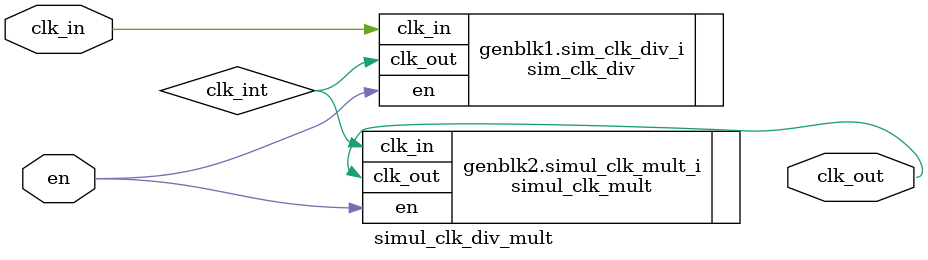
<source format=v>

/*!
 * <b>Module:</b>simul_clk_div_mult
 * @file simul_clk_div_mult.v
 * @date 2015-10-12  
 * @author Andrey Filippov     
 *
 * @brief Simulation clock rational multiplier
 *
 * @copyright Copyright (c) 2015 Elphel, Inc .
 *
 * <b>License:</b>
 *
 * simul_clk_div_mult.v is free software; you can redistribute it and/or modify
 * it under the terms of the GNU General Public License as published by
 * the Free Software Foundation, either version 3 of the License, or
 * (at your option) any later version.
 *
 *  simul_clk_div_mult.v is distributed in the hope that it will be useful,
 * but WITHOUT ANY WARRANTY; without even the implied warranty of
 * MERCHANTABILITY or FITNESS FOR A PARTICULAR PURPOSE.  See the
 * GNU General Public License for more details.
 *
 * You should have received a copy of the GNU General Public License
 * along with this program.  If not, see <http://www.gnu.org/licenses/> .
 *
 * Additional permission under GNU GPL version 3 section 7:
 * If you modify this Program, or any covered work, by linking or combining it
 * with independent modules provided by the FPGA vendor only (this permission
 * does not extend to any 3-rd party modules, "soft cores" or macros) under
 * different license terms solely for the purpose of generating binary "bitstream"
 * files and/or simulating the code, the copyright holders of this Program give
 * you the right to distribute the covered work without those independent modules
 * as long as the source code for them is available from the FPGA vendor free of
 * charge, and there is no dependence on any encrypted modules for simulating of
 * the combined code. This permission applies to you if the distributed code
 * contains all the components and scripts required to completely simulate it
 * with at least one of the Free Software programs.
 */
`timescale 1ns/1ps

module  simul_clk_div_mult#(
        parameter MULTIPLIER = 3,
        parameter DIVISOR =    5,
        parameter SKIP_FIRST = 5
    ) (
        input      clk_in,
        input      en,
        output     clk_out
);
    wire clk_int;
    generate
        if (DIVISOR > 1) 
            sim_clk_div #(
                .DIVISOR   (DIVISOR)
            ) sim_clk_div_i (
                .clk_in   (clk_in), // input
                .en       (en), // input
                .clk_out  (clk_int) // output
            );
        else
            assign clk_int = clk_in;
    endgenerate
    generate
        if (MULTIPLIER > 1) 
            simul_clk_mult #(
                .MULTIPLIER (MULTIPLIER),
                .SKIP_FIRST (SKIP_FIRST)
            ) simul_clk_mult_i (
                .clk_in  (clk_int), // input
                .en      (en), // input
                .clk_out (clk_out) // output
            );
        else
            assign clk_out = clk_int;
    endgenerate
endmodule


</source>
